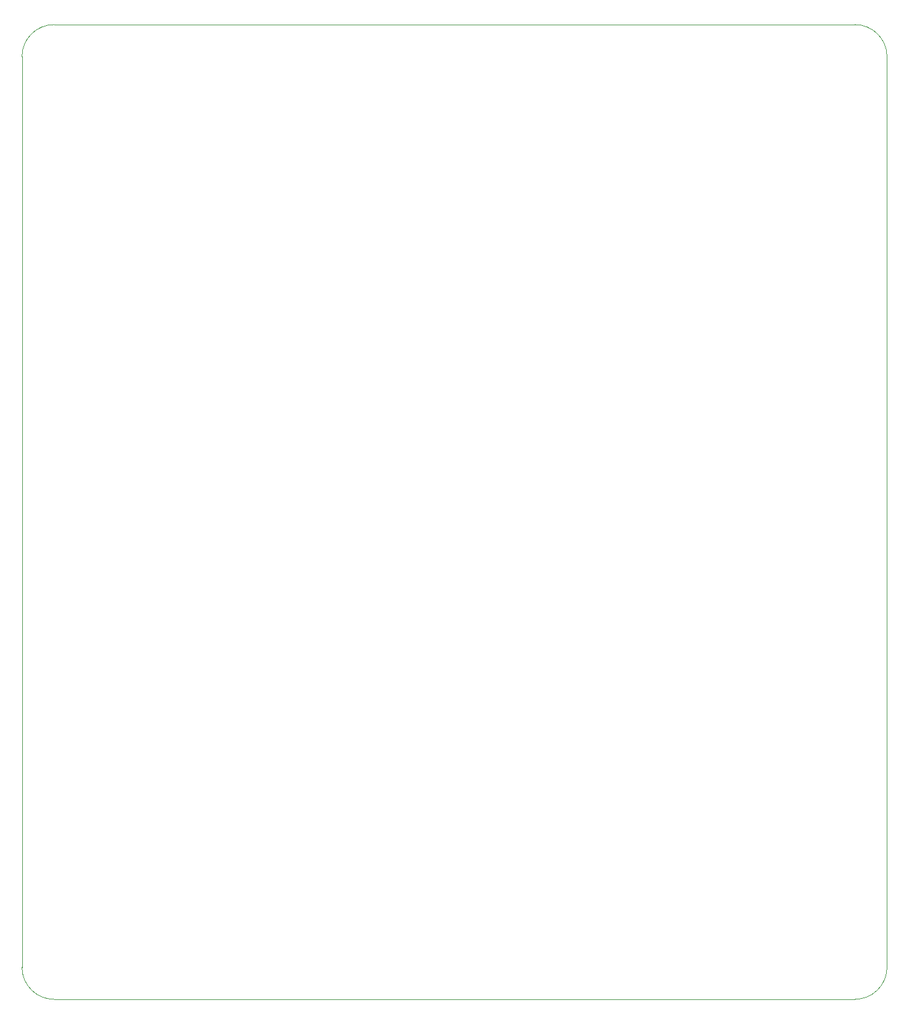
<source format=gbr>
%TF.GenerationSoftware,KiCad,Pcbnew,7.0.8-7.0.8~ubuntu20.04.1*%
%TF.CreationDate,2023-10-09T21:02:50+02:00*%
%TF.ProjectId,X-over for bookshelf-1,582d6f76-6572-4206-966f-7220626f6f6b,rev?*%
%TF.SameCoordinates,Original*%
%TF.FileFunction,Profile,NP*%
%FSLAX46Y46*%
G04 Gerber Fmt 4.6, Leading zero omitted, Abs format (unit mm)*
G04 Created by KiCad (PCBNEW 7.0.8-7.0.8~ubuntu20.04.1) date 2023-10-09 21:02:50*
%MOMM*%
%LPD*%
G01*
G04 APERTURE LIST*
%TA.AperFunction,Profile*%
%ADD10C,0.100000*%
%TD*%
G04 APERTURE END LIST*
D10*
X47881981Y-42621981D02*
G75*
G03*
X43381981Y-47121981I19J-4500019D01*
G01*
X160700000Y-179858019D02*
X47881981Y-179858019D01*
X160700000Y-179858000D02*
G75*
G03*
X165200000Y-175358019I0J4500000D01*
G01*
X43381981Y-175358019D02*
X43381981Y-47121981D01*
X43381981Y-175358019D02*
G75*
G03*
X47881981Y-179858019I4500019J19D01*
G01*
X165200000Y-47121981D02*
X165200000Y-175358019D01*
X47881981Y-42621981D02*
X160700000Y-42621981D01*
X165200019Y-47121981D02*
G75*
G03*
X160700000Y-42621981I-4500019J-19D01*
G01*
M02*

</source>
